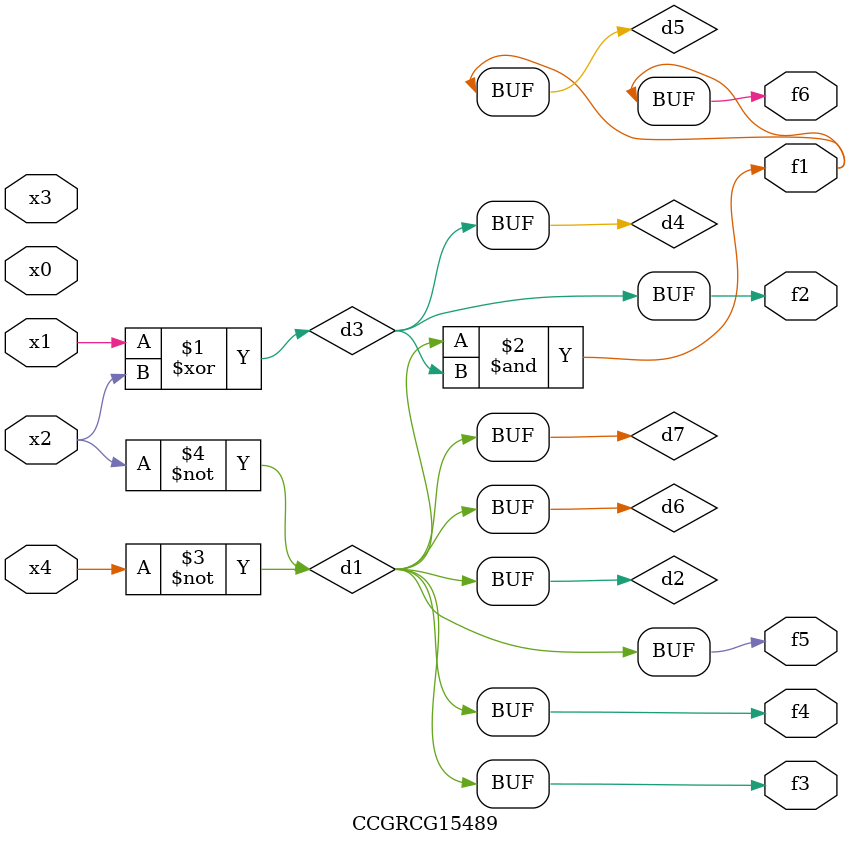
<source format=v>
module CCGRCG15489(
	input x0, x1, x2, x3, x4,
	output f1, f2, f3, f4, f5, f6
);

	wire d1, d2, d3, d4, d5, d6, d7;

	not (d1, x4);
	not (d2, x2);
	xor (d3, x1, x2);
	buf (d4, d3);
	and (d5, d1, d3);
	buf (d6, d1, d2);
	buf (d7, d2);
	assign f1 = d5;
	assign f2 = d4;
	assign f3 = d7;
	assign f4 = d7;
	assign f5 = d7;
	assign f6 = d5;
endmodule

</source>
